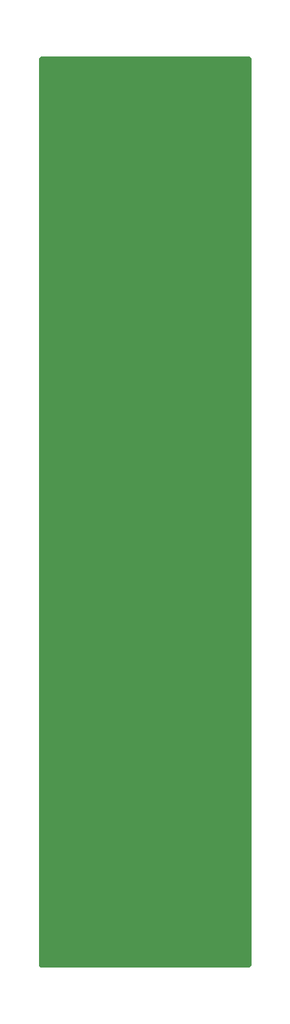
<source format=gbr>
%TF.GenerationSoftware,KiCad,Pcbnew,(6.0.9)*%
%TF.CreationDate,2023-01-29T17:19:16+01:00*%
%TF.ProjectId,wvtbl_face_plate,77767462-6c5f-4666-9163-655f706c6174,rev?*%
%TF.SameCoordinates,Original*%
%TF.FileFunction,Copper,L1,Top*%
%TF.FilePolarity,Positive*%
%FSLAX46Y46*%
G04 Gerber Fmt 4.6, Leading zero omitted, Abs format (unit mm)*
G04 Created by KiCad (PCBNEW (6.0.9)) date 2023-01-29 17:19:16*
%MOMM*%
%LPD*%
G01*
G04 APERTURE LIST*
%TA.AperFunction,ComponentPad*%
%ADD10O,8.400000X5.000000*%
%TD*%
%TA.AperFunction,ComponentPad*%
%ADD11C,11.000000*%
%TD*%
%TA.AperFunction,ComponentPad*%
%ADD12C,9.000000*%
%TD*%
G04 APERTURE END LIST*
D10*
%TO.P,U1,1,GND*%
%TO.N,GND*%
X57620000Y-161250000D03*
X42380000Y-38750000D03*
%TD*%
D11*
%TO.P,H103,1,1*%
%TO.N,GND*%
X50000000Y-75000000D03*
%TD*%
%TO.P,H105,1,1*%
%TO.N,GND*%
X50000000Y-95000000D03*
%TD*%
%TO.P,H109,1,1*%
%TO.N,GND*%
X57500000Y-115000000D03*
%TD*%
D12*
%TO.P,H104,1,1*%
%TO.N,GND*%
X42500000Y-130000000D03*
%TD*%
%TO.P,H106,1,1*%
%TO.N,GND*%
X57500000Y-130000000D03*
%TD*%
%TO.P,H108,1,1*%
%TO.N,GND*%
X57500000Y-145000000D03*
%TD*%
D11*
%TO.P,H107,1,1*%
%TO.N,GND*%
X42500000Y-115000000D03*
%TD*%
%TO.P,H101,1,1*%
%TO.N,GND*%
X50000000Y-55000000D03*
%TD*%
D12*
%TO.P,H102,1,1*%
%TO.N,GND*%
X42500000Y-145000000D03*
%TD*%
%TA.AperFunction,Conductor*%
%TO.N,GND*%
G36*
X64499874Y-35751030D02*
G01*
X64500000Y-35751082D01*
X64500096Y-35751043D01*
X64500653Y-35751074D01*
X64552569Y-35756924D01*
X64552786Y-35756950D01*
X64614916Y-35765129D01*
X64617253Y-35765686D01*
X64674248Y-35785630D01*
X64674861Y-35785864D01*
X64728187Y-35807952D01*
X64729935Y-35808854D01*
X64743116Y-35817136D01*
X64781742Y-35841406D01*
X64782615Y-35842013D01*
X64827799Y-35876685D01*
X64828949Y-35877694D01*
X64872306Y-35921051D01*
X64873314Y-35922200D01*
X64907981Y-35967378D01*
X64908594Y-35968258D01*
X64932864Y-36006884D01*
X64941146Y-36020065D01*
X64942048Y-36021813D01*
X64964136Y-36075139D01*
X64964370Y-36075752D01*
X64984314Y-36132747D01*
X64984871Y-36135084D01*
X64993050Y-36197214D01*
X64993076Y-36197431D01*
X64998926Y-36249347D01*
X64998957Y-36249904D01*
X64998918Y-36250000D01*
X64998970Y-36250126D01*
X64999000Y-36250657D01*
X64999000Y-163749343D01*
X64998970Y-163749874D01*
X64998918Y-163750000D01*
X64998957Y-163750096D01*
X64998926Y-163750653D01*
X64993076Y-163802569D01*
X64993050Y-163802786D01*
X64984871Y-163864916D01*
X64984314Y-163867253D01*
X64964370Y-163924248D01*
X64964136Y-163924861D01*
X64942048Y-163978187D01*
X64941146Y-163979935D01*
X64932864Y-163993116D01*
X64908594Y-164031742D01*
X64907987Y-164032615D01*
X64873315Y-164077799D01*
X64872306Y-164078949D01*
X64828949Y-164122306D01*
X64827800Y-164123314D01*
X64782615Y-164157987D01*
X64781742Y-164158594D01*
X64743116Y-164182864D01*
X64729935Y-164191146D01*
X64728187Y-164192048D01*
X64674861Y-164214136D01*
X64674248Y-164214370D01*
X64617253Y-164234314D01*
X64614916Y-164234871D01*
X64552786Y-164243050D01*
X64552569Y-164243076D01*
X64500653Y-164248926D01*
X64500096Y-164248957D01*
X64500000Y-164248918D01*
X64499874Y-164248970D01*
X64499343Y-164249000D01*
X35500657Y-164249000D01*
X35500126Y-164248970D01*
X35500000Y-164248918D01*
X35499904Y-164248957D01*
X35499347Y-164248926D01*
X35447434Y-164243077D01*
X35447217Y-164243051D01*
X35447209Y-164243050D01*
X35385082Y-164234871D01*
X35382746Y-164234314D01*
X35325762Y-164214374D01*
X35325149Y-164214140D01*
X35313066Y-164209135D01*
X35271806Y-164192044D01*
X35270061Y-164191144D01*
X35218265Y-164158598D01*
X35217388Y-164157988D01*
X35172200Y-164123314D01*
X35171050Y-164122305D01*
X35127695Y-164078950D01*
X35126686Y-164077800D01*
X35126685Y-164077799D01*
X35092012Y-164032612D01*
X35091402Y-164031735D01*
X35058854Y-163979935D01*
X35057954Y-163978191D01*
X35057953Y-163978187D01*
X35035860Y-163924851D01*
X35035626Y-163924238D01*
X35015686Y-163867254D01*
X35015129Y-163864917D01*
X35006949Y-163802783D01*
X35006923Y-163802566D01*
X35001074Y-163750653D01*
X35001043Y-163750096D01*
X35001082Y-163750000D01*
X35001030Y-163749874D01*
X35001000Y-163749343D01*
X35001000Y-36250657D01*
X35001030Y-36250126D01*
X35001082Y-36250000D01*
X35001043Y-36249904D01*
X35001074Y-36249347D01*
X35006923Y-36197434D01*
X35006949Y-36197217D01*
X35015129Y-36135083D01*
X35015686Y-36132746D01*
X35035626Y-36075762D01*
X35035860Y-36075149D01*
X35040865Y-36063066D01*
X35057956Y-36021806D01*
X35058856Y-36020061D01*
X35091402Y-35968265D01*
X35092012Y-35967388D01*
X35126686Y-35922200D01*
X35127695Y-35921050D01*
X35171050Y-35877695D01*
X35172200Y-35876686D01*
X35172201Y-35876685D01*
X35217388Y-35842012D01*
X35218272Y-35841397D01*
X35270065Y-35808854D01*
X35271806Y-35807956D01*
X35325149Y-35785860D01*
X35325762Y-35785626D01*
X35382746Y-35765686D01*
X35385082Y-35765129D01*
X35447218Y-35756949D01*
X35447434Y-35756923D01*
X35499347Y-35751074D01*
X35499904Y-35751043D01*
X35500000Y-35751082D01*
X35500126Y-35751030D01*
X35500657Y-35751000D01*
X64499343Y-35751000D01*
X64499874Y-35751030D01*
G37*
%TD.AperFunction*%
%TD*%
M02*

</source>
